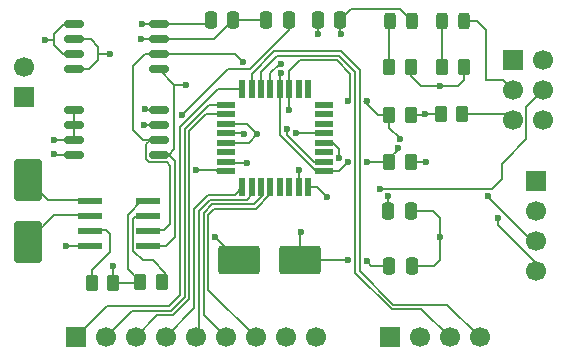
<source format=gbr>
%TF.GenerationSoftware,KiCad,Pcbnew,9.0.4*%
%TF.CreationDate,2025-12-07T20:09:45+03:30*%
%TF.ProjectId,MCU_Datalogger003_4Layer,4d43555f-4461-4746-916c-6f6767657230,2*%
%TF.SameCoordinates,Original*%
%TF.FileFunction,Copper,L1,Top*%
%TF.FilePolarity,Positive*%
%FSLAX46Y46*%
G04 Gerber Fmt 4.6, Leading zero omitted, Abs format (unit mm)*
G04 Created by KiCad (PCBNEW 9.0.4) date 2025-12-07 20:09:45*
%MOMM*%
%LPD*%
G01*
G04 APERTURE LIST*
G04 Aperture macros list*
%AMRoundRect*
0 Rectangle with rounded corners*
0 $1 Rounding radius*
0 $2 $3 $4 $5 $6 $7 $8 $9 X,Y pos of 4 corners*
0 Add a 4 corners polygon primitive as box body*
4,1,4,$2,$3,$4,$5,$6,$7,$8,$9,$2,$3,0*
0 Add four circle primitives for the rounded corners*
1,1,$1+$1,$2,$3*
1,1,$1+$1,$4,$5*
1,1,$1+$1,$6,$7*
1,1,$1+$1,$8,$9*
0 Add four rect primitives between the rounded corners*
20,1,$1+$1,$2,$3,$4,$5,0*
20,1,$1+$1,$4,$5,$6,$7,0*
20,1,$1+$1,$6,$7,$8,$9,0*
20,1,$1+$1,$8,$9,$2,$3,0*%
G04 Aperture macros list end*
%TA.AperFunction,SMDPad,CuDef*%
%ADD10RoundRect,0.250000X0.250000X0.475000X-0.250000X0.475000X-0.250000X-0.475000X0.250000X-0.475000X0*%
%TD*%
%TA.AperFunction,ComponentPad*%
%ADD11R,1.700000X1.700000*%
%TD*%
%TA.AperFunction,ComponentPad*%
%ADD12C,1.700000*%
%TD*%
%TA.AperFunction,SMDPad,CuDef*%
%ADD13RoundRect,0.250000X-0.262500X-0.450000X0.262500X-0.450000X0.262500X0.450000X-0.262500X0.450000X0*%
%TD*%
%TA.AperFunction,SMDPad,CuDef*%
%ADD14RoundRect,0.243750X-0.243750X-0.456250X0.243750X-0.456250X0.243750X0.456250X-0.243750X0.456250X0*%
%TD*%
%TA.AperFunction,SMDPad,CuDef*%
%ADD15RoundRect,0.250000X-0.250000X-0.475000X0.250000X-0.475000X0.250000X0.475000X-0.250000X0.475000X0*%
%TD*%
%TA.AperFunction,SMDPad,CuDef*%
%ADD16RoundRect,0.162500X-0.650000X-0.162500X0.650000X-0.162500X0.650000X0.162500X-0.650000X0.162500X0*%
%TD*%
%TA.AperFunction,SMDPad,CuDef*%
%ADD17RoundRect,0.250000X0.262500X0.450000X-0.262500X0.450000X-0.262500X-0.450000X0.262500X-0.450000X0*%
%TD*%
%TA.AperFunction,SMDPad,CuDef*%
%ADD18RoundRect,0.073750X-0.911250X-0.221250X0.911250X-0.221250X0.911250X0.221250X-0.911250X0.221250X0*%
%TD*%
%TA.AperFunction,SMDPad,CuDef*%
%ADD19RoundRect,0.068750X-0.666250X-0.206250X0.666250X-0.206250X0.666250X0.206250X-0.666250X0.206250X0*%
%TD*%
%TA.AperFunction,SMDPad,CuDef*%
%ADD20RoundRect,0.068750X-0.206250X-0.666250X0.206250X-0.666250X0.206250X0.666250X-0.206250X0.666250X0*%
%TD*%
%TA.AperFunction,SMDPad,CuDef*%
%ADD21RoundRect,0.250001X0.949999X-1.499999X0.949999X1.499999X-0.949999X1.499999X-0.949999X-1.499999X0*%
%TD*%
%TA.AperFunction,SMDPad,CuDef*%
%ADD22RoundRect,0.250001X-1.499999X-0.949999X1.499999X-0.949999X1.499999X0.949999X-1.499999X0.949999X0*%
%TD*%
%TA.AperFunction,ViaPad*%
%ADD23C,0.600000*%
%TD*%
%TA.AperFunction,Conductor*%
%ADD24C,0.200000*%
%TD*%
G04 APERTURE END LIST*
D10*
%TO.P,C4,2*%
%TO.N,Net-(U4-AREF)*%
X134228800Y-110439200D03*
%TO.P,C4,1*%
%TO.N,GND*%
X136128800Y-110439200D03*
%TD*%
D11*
%TO.P,J4,1,Pin_1*%
%TO.N,/MISO*%
X144780000Y-97688400D03*
D12*
%TO.P,J4,2,Pin_2*%
%TO.N,/Vcc*%
X147320000Y-97688400D03*
%TO.P,J4,3,Pin_3*%
%TO.N,/SCK*%
X144780000Y-100228400D03*
%TO.P,J4,4,Pin_4*%
%TO.N,/MOSI*%
X147320000Y-100228400D03*
%TO.P,J4,5,Pin_5*%
%TO.N,/RESET*%
X144780000Y-102768400D03*
%TO.P,J4,6,Pin_6*%
%TO.N,GND*%
X147320000Y-102768400D03*
%TD*%
D13*
%TO.P,R7,1*%
%TO.N,Net-(D2-K)*%
X134341400Y-98274600D03*
%TO.P,R7,2*%
%TO.N,GND*%
X136166400Y-98274600D03*
%TD*%
D14*
%TO.P,D1,1,K*%
%TO.N,Net-(D1-K)*%
X138750000Y-94375000D03*
%TO.P,D1,2,A*%
%TO.N,/SCK*%
X140625000Y-94375000D03*
%TD*%
D13*
%TO.P,R6,1*%
%TO.N,/Vcc*%
X138673400Y-102198200D03*
%TO.P,R6,2*%
%TO.N,/RESET*%
X140498400Y-102198200D03*
%TD*%
D15*
%TO.P,C1,1*%
%TO.N,/Vcc*%
X119225500Y-94273800D03*
%TO.P,C1,2*%
%TO.N,GND*%
X121125500Y-94273800D03*
%TD*%
D10*
%TO.P,C3,1*%
%TO.N,Net-(U4-PB7)*%
X125799100Y-94273800D03*
%TO.P,C3,2*%
%TO.N,GND*%
X123899100Y-94273800D03*
%TD*%
D16*
%TO.P,U3,1,A0*%
%TO.N,/Vcc*%
X107613700Y-94615000D03*
%TO.P,U3,2,A1*%
%TO.N,GND*%
X107613700Y-95885000D03*
%TO.P,U3,3,A2*%
%TO.N,/Vcc*%
X107613700Y-97155000D03*
%TO.P,U3,4,GND*%
%TO.N,GND*%
X107613700Y-98425000D03*
%TO.P,U3,5,SDA*%
%TO.N,/SDA*%
X114788700Y-98425000D03*
%TO.P,U3,6,SCL*%
%TO.N,/SCK*%
X114788700Y-97155000D03*
%TO.P,U3,7,WP*%
%TO.N,GND*%
X114788700Y-95885000D03*
%TO.P,U3,8,VCC*%
%TO.N,/Vcc*%
X114788700Y-94615000D03*
%TD*%
D17*
%TO.P,R3,1*%
%TO.N,/Vcc*%
X136166400Y-102287800D03*
%TO.P,R3,2*%
%TO.N,/SDA*%
X134341400Y-102287800D03*
%TD*%
%TO.P,R5,1*%
%TO.N,GND*%
X140612500Y-98247200D03*
%TO.P,R5,2*%
%TO.N,Net-(D1-K)*%
X138787500Y-98247200D03*
%TD*%
D11*
%TO.P,BT1,1,+*%
%TO.N,/Vcc*%
X103360700Y-100827000D03*
D12*
%TO.P,BT1,2,-*%
%TO.N,GND*%
X103360700Y-98287000D03*
%TD*%
D17*
%TO.P,R1,1*%
%TO.N,/Vcc*%
X110943400Y-116535200D03*
%TO.P,R1,2*%
%TO.N,Net-(U2-~{INTA})*%
X109118400Y-116535200D03*
%TD*%
D14*
%TO.P,D2,1,K*%
%TO.N,Net-(D2-K)*%
X134356400Y-94363000D03*
%TO.P,D2,2,A*%
%TO.N,/Vcc*%
X136231400Y-94363000D03*
%TD*%
D15*
%TO.P,C2,1*%
%TO.N,Net-(U4-PB6)*%
X134323900Y-115089400D03*
%TO.P,C2,2*%
%TO.N,GND*%
X136223900Y-115089400D03*
%TD*%
D18*
%TO.P,U2,1,X1*%
%TO.N,Net-(U2-X1)*%
X108980200Y-109601000D03*
%TO.P,U2,2,X2*%
%TO.N,Net-(U2-X2)*%
X108980200Y-110871000D03*
%TO.P,U2,3,~{INTA}*%
%TO.N,Net-(U2-~{INTA})*%
X108980200Y-112141000D03*
%TO.P,U2,4,GND*%
%TO.N,GND*%
X108980200Y-113411000D03*
%TO.P,U2,5,SDA*%
%TO.N,/SDA*%
X113930200Y-113411000D03*
%TO.P,U2,6,SCL*%
%TO.N,/SCK*%
X113930200Y-112141000D03*
%TO.P,U2,7,SQW/~INT*%
%TO.N,Net-(U2-SQW{slash}~INT)*%
X113930200Y-110871000D03*
%TO.P,U2,8,VCC*%
%TO.N,/Vcc*%
X113930200Y-109601000D03*
%TD*%
D19*
%TO.P,U4,1,PD3*%
%TO.N,/D3*%
X120499200Y-101463000D03*
%TO.P,U4,2,PD4*%
%TO.N,/D4*%
X120499200Y-102263000D03*
%TO.P,U4,3,GND*%
%TO.N,GND*%
X120499200Y-103063000D03*
%TO.P,U4,4,VCC*%
%TO.N,/Vcc*%
X120499200Y-103863000D03*
%TO.P,U4,5,GND*%
%TO.N,GND*%
X120499200Y-104663000D03*
%TO.P,U4,6,VCC*%
%TO.N,unconnected-(U4-VCC-Pad6)*%
X120499200Y-105463000D03*
%TO.P,U4,7,PB6*%
%TO.N,Net-(U4-PB6)*%
X120499200Y-106263000D03*
%TO.P,U4,8,PB7*%
%TO.N,Net-(U4-PB7)*%
X120499200Y-107063000D03*
D20*
%TO.P,U4,9,PD5*%
%TO.N,/D5*%
X121869200Y-108433000D03*
%TO.P,U4,10,PD6*%
%TO.N,/D6*%
X122669200Y-108433000D03*
%TO.P,U4,11,PD7*%
%TO.N,/D7*%
X123469200Y-108433000D03*
%TO.P,U4,12,PB0*%
%TO.N,/D8*%
X124269200Y-108433000D03*
%TO.P,U4,13,PB1*%
%TO.N,unconnected-(U4-PB1-Pad13)*%
X125069200Y-108433000D03*
%TO.P,U4,14,PB2*%
%TO.N,unconnected-(U4-PB2-Pad14)*%
X125869200Y-108433000D03*
%TO.P,U4,15,PB3*%
%TO.N,/MOSI*%
X126669200Y-108433000D03*
%TO.P,U4,16,PB4*%
%TO.N,/MISO*%
X127469200Y-108433000D03*
D19*
%TO.P,U4,17,PB5*%
%TO.N,/SCK*%
X128839200Y-107063000D03*
%TO.P,U4,18,AVCC*%
%TO.N,/Vcc*%
X128839200Y-106263000D03*
%TO.P,U4,19,ADC6*%
%TO.N,unconnected-(U4-ADC6-Pad19)*%
X128839200Y-105463000D03*
%TO.P,U4,20,AREF*%
%TO.N,Net-(U4-AREF)*%
X128839200Y-104663000D03*
%TO.P,U4,21,GND*%
%TO.N,GND*%
X128839200Y-103863000D03*
%TO.P,U4,22,ADC7*%
%TO.N,unconnected-(U4-ADC7-Pad22)*%
X128839200Y-103063000D03*
%TO.P,U4,23,PC0*%
%TO.N,unconnected-(U4-PC0-Pad23)*%
X128839200Y-102263000D03*
%TO.P,U4,24,PC1*%
%TO.N,unconnected-(U4-PC1-Pad24)*%
X128839200Y-101463000D03*
D20*
%TO.P,U4,25,PC2*%
%TO.N,unconnected-(U4-PC2-Pad25)*%
X127469200Y-100093000D03*
%TO.P,U4,26,PC3*%
%TO.N,unconnected-(U4-PC3-Pad26)*%
X126669200Y-100093000D03*
%TO.P,U4,27,PC4*%
%TO.N,/SDA*%
X125869200Y-100093000D03*
%TO.P,U4,28,PC5*%
%TO.N,/SCK*%
X125069200Y-100093000D03*
%TO.P,U4,29,PC6/~{RESET}*%
%TO.N,/RESET*%
X124269200Y-100093000D03*
%TO.P,U4,30,PD0*%
%TO.N,/RX*%
X123469200Y-100093000D03*
%TO.P,U4,31,PD1*%
%TO.N,/TX*%
X122669200Y-100093000D03*
%TO.P,U4,32,PD2*%
%TO.N,/D2*%
X121869200Y-100093000D03*
%TD*%
D11*
%TO.P,J3,1,Pin_1*%
%TO.N,/D2*%
X107780300Y-121096200D03*
D12*
%TO.P,J3,2,Pin_2*%
%TO.N,/D3*%
X110320300Y-121096200D03*
%TO.P,J3,3,Pin_3*%
%TO.N,/D4*%
X112860300Y-121096200D03*
%TO.P,J3,4,Pin_4*%
%TO.N,/D5*%
X115400300Y-121096200D03*
%TO.P,J3,5,Pin_5*%
%TO.N,/D6*%
X117940300Y-121096200D03*
%TO.P,J3,6,Pin_6*%
%TO.N,/D7*%
X120480300Y-121096200D03*
%TO.P,J3,7,Pin_7*%
%TO.N,/D8*%
X123020300Y-121096200D03*
%TO.P,J3,8,Pin_8*%
%TO.N,GND*%
X125560300Y-121096200D03*
%TO.P,J3,9,Pin_9*%
%TO.N,/Vcc*%
X128100300Y-121096200D03*
%TD*%
D21*
%TO.P,Y1,1,1*%
%TO.N,Net-(U2-X2)*%
X103716300Y-113028200D03*
%TO.P,Y1,2,2*%
%TO.N,Net-(U2-X1)*%
X103716300Y-107828200D03*
%TD*%
D22*
%TO.P,Y2,1,1*%
%TO.N,Net-(U4-PB7)*%
X121606000Y-114554000D03*
%TO.P,Y2,2,2*%
%TO.N,Net-(U4-PB6)*%
X126806000Y-114554000D03*
%TD*%
D11*
%TO.P,J2,1,Pin_1*%
%TO.N,GND*%
X134348700Y-121147000D03*
D12*
%TO.P,J2,2,Pin_2*%
%TO.N,/Vcc*%
X136888700Y-121147000D03*
%TO.P,J2,3,Pin_3*%
%TO.N,/RX*%
X139428700Y-121147000D03*
%TO.P,J2,4,Pin_4*%
%TO.N,/TX*%
X141968700Y-121147000D03*
%TD*%
D11*
%TO.P,J1,1,Pin_1*%
%TO.N,GND*%
X146773900Y-107903000D03*
D12*
%TO.P,J1,2,Pin_2*%
%TO.N,/Vcc*%
X146773900Y-110443000D03*
%TO.P,J1,3,Pin_3*%
%TO.N,/SDA*%
X146773900Y-112983000D03*
%TO.P,J1,4,Pin_4*%
%TO.N,/SCK*%
X146773900Y-115523000D03*
%TD*%
D13*
%TO.P,R2,1*%
%TO.N,/Vcc*%
X113233200Y-116433600D03*
%TO.P,R2,2*%
%TO.N,Net-(U2-SQW{slash}~INT)*%
X115058200Y-116433600D03*
%TD*%
D16*
%TO.P,U1,1,A0*%
%TO.N,/Vcc*%
X107664500Y-101868400D03*
%TO.P,U1,2,A1*%
X107664500Y-103138400D03*
%TO.P,U1,3,A2*%
X107664500Y-104408400D03*
%TO.P,U1,4,GND*%
%TO.N,GND*%
X107664500Y-105678400D03*
%TO.P,U1,5,SDA*%
%TO.N,/SDA*%
X114839500Y-105678400D03*
%TO.P,U1,6,SCL*%
%TO.N,/SCK*%
X114839500Y-104408400D03*
%TO.P,U1,7,WP*%
%TO.N,GND*%
X114839500Y-103138400D03*
%TO.P,U1,8,VCC*%
%TO.N,/Vcc*%
X114839500Y-101868400D03*
%TD*%
D10*
%TO.P,C5,1*%
%TO.N,/Vcc*%
X130167900Y-94273800D03*
%TO.P,C5,2*%
%TO.N,GND*%
X128267900Y-94273800D03*
%TD*%
D17*
%TO.P,R4,1*%
%TO.N,/Vcc*%
X136166400Y-106301000D03*
%TO.P,R4,2*%
%TO.N,/SCK*%
X134341400Y-106301000D03*
%TD*%
D23*
%TO.N,/SDA*%
X125831600Y-101854000D03*
X117094000Y-99771200D03*
%TO.N,/Vcc*%
X137414000Y-106273600D03*
X137363200Y-102260400D03*
X125669200Y-103479600D03*
X122021600Y-103886000D03*
X130200400Y-95453200D03*
X113385600Y-94589600D03*
X105206800Y-95961200D03*
X113639600Y-101803200D03*
X105968800Y-104394000D03*
X110947200Y-115112800D03*
%TO.N,GND*%
X123139200Y-103936800D03*
X138633200Y-99872800D03*
X128267900Y-95451100D03*
X110693200Y-97180400D03*
X113334800Y-95910400D03*
X113588800Y-103124000D03*
X126390400Y-103835200D03*
X138633200Y-112623600D03*
X106984800Y-113436400D03*
X105968800Y-105613200D03*
%TO.N,/RESET*%
X125120400Y-97955197D03*
%TO.N,/MISO*%
X129032000Y-109270800D03*
%TO.N,/SCK*%
X121920000Y-97817800D03*
X125120400Y-98755200D03*
%TO.N,Net-(U4-PB6)*%
X132420600Y-114706400D03*
X130819600Y-114604800D03*
%TO.N,/SCK*%
X135072706Y-105127667D03*
X143572592Y-110994721D03*
%TO.N,/SDA*%
X135229600Y-104343200D03*
X142646400Y-109159600D03*
%TO.N,Net-(U4-AREF)*%
X134183729Y-109159600D03*
X130079450Y-105969985D03*
%TO.N,Net-(U4-PB7)*%
X119613600Y-112623600D03*
%TO.N,Net-(U4-PB6)*%
X126847600Y-112217200D03*
X122275600Y-106375200D03*
%TO.N,Net-(U4-PB7)*%
X117998800Y-106984800D03*
X116779600Y-102319273D03*
%TO.N,/SCK*%
X132420600Y-106273600D03*
X130819600Y-106273600D03*
%TO.N,/SDA*%
X130819600Y-101092000D03*
X132420600Y-101092000D03*
%TO.N,/MOSI*%
X126695200Y-106984800D03*
X133502400Y-108559600D03*
%TD*%
D24*
%TO.N,/SDA*%
X125831600Y-100130600D02*
X125869200Y-100093000D01*
X125831600Y-101854000D02*
X125831600Y-100130600D01*
X117087900Y-99765100D02*
X117094000Y-99771200D01*
X116128800Y-99765100D02*
X117087900Y-99765100D01*
X125869200Y-98616000D02*
X125869200Y-100093000D01*
X114839500Y-105678400D02*
X115651999Y-105678400D01*
X126802200Y-97683000D02*
X125869200Y-98616000D01*
X129881900Y-97683000D02*
X126802200Y-97683000D01*
X131018600Y-98819700D02*
X129881900Y-97683000D01*
X131018600Y-100893000D02*
X131018600Y-98819700D01*
X130819600Y-101092000D02*
X131018600Y-100893000D01*
%TO.N,/Vcc*%
X137386600Y-106301000D02*
X137414000Y-106273600D01*
X136166400Y-106301000D02*
X137386600Y-106301000D01*
X137425400Y-102198200D02*
X137363200Y-102260400D01*
X138673400Y-102198200D02*
X137425400Y-102198200D01*
X137335800Y-102287800D02*
X137363200Y-102260400D01*
X136166400Y-102287800D02*
X137335800Y-102287800D01*
X125669200Y-103977600D02*
X125669200Y-103479600D01*
X127954600Y-106263000D02*
X125669200Y-103977600D01*
X128839200Y-106263000D02*
X127954600Y-106263000D01*
X121998600Y-103863000D02*
X122021600Y-103886000D01*
X120499200Y-103863000D02*
X121998600Y-103863000D01*
X130167900Y-95420700D02*
X130200400Y-95453200D01*
X130167900Y-94273800D02*
X130167900Y-95420700D01*
X113411000Y-94615000D02*
X113385600Y-94589600D01*
X114788700Y-94615000D02*
X113411000Y-94615000D01*
X105968800Y-95961200D02*
X105206800Y-95961200D01*
X105968800Y-95961200D02*
X105968800Y-95447401D01*
X113704800Y-101868400D02*
X113639600Y-101803200D01*
X114839500Y-101868400D02*
X113704800Y-101868400D01*
X105983200Y-104408400D02*
X105968800Y-104394000D01*
X107664500Y-104408400D02*
X105983200Y-104408400D01*
X110943400Y-115116600D02*
X110947200Y-115112800D01*
X110943400Y-116535200D02*
X110943400Y-115116600D01*
%TO.N,GND*%
X122265400Y-103063000D02*
X123139200Y-103936800D01*
X120499200Y-103063000D02*
X122265400Y-103063000D01*
X122413000Y-104663000D02*
X123139200Y-103936800D01*
X120499200Y-104663000D02*
X122413000Y-104663000D01*
X138633200Y-111048800D02*
X138023600Y-110439200D01*
X138633200Y-112623600D02*
X138633200Y-111048800D01*
X138023600Y-110439200D02*
X136128800Y-110439200D01*
X138097800Y-115089400D02*
X136223900Y-115089400D01*
X138633200Y-114554000D02*
X138097800Y-115089400D01*
X138633200Y-112623600D02*
X138633200Y-114554000D01*
%TO.N,Net-(U4-AREF)*%
X134183729Y-110510929D02*
X134213600Y-110540800D01*
X134183729Y-109159600D02*
X134183729Y-110510929D01*
%TO.N,GND*%
X138633200Y-99872800D02*
X137007600Y-99872800D01*
X136166400Y-99031600D02*
X136166400Y-98274600D01*
X140106400Y-99872800D02*
X138633200Y-99872800D01*
X140612500Y-99366700D02*
X140106400Y-99872800D01*
X137007600Y-99872800D02*
X136166400Y-99031600D01*
X140612500Y-98247200D02*
X140612500Y-99366700D01*
X128267900Y-95451100D02*
X128270000Y-95453200D01*
X128267900Y-94273800D02*
X128267900Y-95451100D01*
X109677200Y-97180400D02*
X110693200Y-97180400D01*
X109677200Y-97180400D02*
X109677200Y-97688400D01*
X113360200Y-95885000D02*
X113334800Y-95910400D01*
X114788700Y-95885000D02*
X113360200Y-95885000D01*
X113603200Y-103138400D02*
X113588800Y-103124000D01*
X114839500Y-103138400D02*
X113603200Y-103138400D01*
X126418200Y-103863000D02*
X126390400Y-103835200D01*
X128839200Y-103863000D02*
X126418200Y-103863000D01*
X107010200Y-113411000D02*
X106984800Y-113436400D01*
X108980200Y-113411000D02*
X107010200Y-113411000D01*
X106034000Y-105678400D02*
X105968800Y-105613200D01*
X107664500Y-105678400D02*
X106034000Y-105678400D01*
%TO.N,/RESET*%
X125070460Y-97955197D02*
X125120400Y-97955197D01*
X124269200Y-98756457D02*
X125070460Y-97955197D01*
X124269200Y-100093000D02*
X124269200Y-98756457D01*
%TO.N,Net-(U4-PB6)*%
X130098800Y-114554000D02*
X126806000Y-114554000D01*
X130149600Y-114604800D02*
X130098800Y-114554000D01*
X130819600Y-114604800D02*
X130149600Y-114604800D01*
%TO.N,/SCK*%
X146773900Y-114854474D02*
X146773900Y-115523000D01*
X143572592Y-111653166D02*
X146773900Y-114854474D01*
X143572592Y-110994721D02*
X143572592Y-111653166D01*
X134341400Y-105976416D02*
X134341400Y-106301000D01*
X135072706Y-105245110D02*
X134341400Y-105976416D01*
X135072706Y-105127667D02*
X135072706Y-105245110D01*
%TO.N,/MISO*%
X128194200Y-108433000D02*
X129032000Y-109270800D01*
X127469200Y-108433000D02*
X128194200Y-108433000D01*
%TO.N,Net-(U2-SQW{slash}~INT)*%
X115366800Y-115671600D02*
X115366800Y-116125000D01*
X115366800Y-116125000D02*
X115058200Y-116433600D01*
X112644200Y-111079000D02*
X112644200Y-113789520D01*
X113459480Y-114604800D02*
X114300000Y-114604800D01*
X112852200Y-110871000D02*
X112644200Y-111079000D01*
X114300000Y-114604800D02*
X115366800Y-115671600D01*
X112644200Y-113789520D02*
X113459480Y-114604800D01*
X113930200Y-110871000D02*
X112852200Y-110871000D01*
%TO.N,/SCK*%
X121257200Y-97155000D02*
X114788700Y-97155000D01*
X121920000Y-97817800D02*
X121257200Y-97155000D01*
X125069200Y-98806400D02*
X125120400Y-98755200D01*
X125069200Y-100093000D02*
X125069200Y-98806400D01*
X128104200Y-107063000D02*
X128839200Y-107063000D01*
X125069200Y-104028000D02*
X128104200Y-107063000D01*
X125069200Y-100093000D02*
X125069200Y-104028000D01*
%TO.N,Net-(U4-PB6)*%
X132803600Y-115089400D02*
X134323900Y-115089400D01*
X132420600Y-114706400D02*
X132803600Y-115089400D01*
%TO.N,/SDA*%
X142646400Y-109220000D02*
X146409400Y-112983000D01*
X146409400Y-112983000D02*
X146773900Y-112983000D01*
X142646400Y-109159600D02*
X142646400Y-109220000D01*
X134341400Y-103404200D02*
X134341400Y-102287800D01*
X135229600Y-104292400D02*
X134341400Y-103404200D01*
X135229600Y-104343200D02*
X135229600Y-104292400D01*
%TO.N,Net-(U4-AREF)*%
X130079450Y-105168250D02*
X130079450Y-105969985D01*
X129574200Y-104663000D02*
X130079450Y-105168250D01*
X128839200Y-104663000D02*
X129574200Y-104663000D01*
%TO.N,Net-(U4-PB7)*%
X119764200Y-107063000D02*
X120499200Y-107063000D01*
X119686000Y-106984800D02*
X119764200Y-107063000D01*
X117998800Y-106984800D02*
X119686000Y-106984800D01*
X119613600Y-112623600D02*
X121544000Y-114554000D01*
X121544000Y-114554000D02*
X121606000Y-114554000D01*
%TO.N,Net-(U4-PB6)*%
X122275600Y-106375200D02*
X120611400Y-106375200D01*
X120611400Y-106375200D02*
X120499200Y-106263000D01*
X126806000Y-112258800D02*
X126847600Y-112217200D01*
X126806000Y-114554000D02*
X126806000Y-112258800D01*
%TO.N,Net-(U4-PB7)*%
X120681073Y-98417800D02*
X116779600Y-102319273D01*
X122503100Y-98417800D02*
X120681073Y-98417800D01*
X125799100Y-95121800D02*
X122503100Y-98417800D01*
X125799100Y-94273800D02*
X125799100Y-95121800D01*
%TO.N,Net-(D1-K)*%
X138787500Y-94412500D02*
X138750000Y-94375000D01*
X138787500Y-98247200D02*
X138787500Y-94412500D01*
%TO.N,Net-(D2-K)*%
X134341400Y-94378000D02*
X134356400Y-94363000D01*
X134341400Y-98274600D02*
X134341400Y-94378000D01*
%TO.N,/SDA*%
X132221600Y-101142800D02*
X132369800Y-101142800D01*
X132369800Y-101142800D02*
X132420600Y-101092000D01*
X133366600Y-102287800D02*
X132221600Y-101142800D01*
X134341400Y-102287800D02*
X133366600Y-102287800D01*
%TO.N,/MOSI*%
X126695200Y-108407000D02*
X126669200Y-108433000D01*
X126695200Y-106984800D02*
X126695200Y-108407000D01*
X143002000Y-108559600D02*
X142900400Y-108559600D01*
X143865600Y-107696000D02*
X143002000Y-108559600D01*
X142900400Y-108559600D02*
X133502400Y-108559600D01*
X143865600Y-106426000D02*
X143865600Y-107696000D01*
X144119600Y-106172000D02*
X143865600Y-106426000D01*
X145931000Y-101617400D02*
X145931000Y-104360600D01*
X145931000Y-104360600D02*
X144119600Y-106172000D01*
X147320000Y-100228400D02*
X145931000Y-101617400D01*
%TO.N,/RESET*%
X144209800Y-102198200D02*
X144780000Y-102768400D01*
X140498400Y-102198200D02*
X144209800Y-102198200D01*
%TO.N,/SCK*%
X143916400Y-99364800D02*
X144780000Y-100228400D01*
X142494000Y-99364800D02*
X143916400Y-99364800D01*
X141771400Y-94375000D02*
X142494000Y-95097600D01*
X142494000Y-95097600D02*
X142494000Y-99364800D01*
X140625000Y-94375000D02*
X141771400Y-94375000D01*
%TO.N,/Vcc*%
X131079700Y-93362000D02*
X135230400Y-93362000D01*
X130167900Y-94273800D02*
X131079700Y-93362000D01*
X135230400Y-93362000D02*
X136231400Y-94363000D01*
%TO.N,/SCK*%
X114118000Y-104408400D02*
X114839500Y-104408400D01*
X114013010Y-106324400D02*
X113726000Y-106037390D01*
X115468400Y-106324400D02*
X114013010Y-106324400D01*
X115789400Y-106645400D02*
X115468400Y-106324400D01*
X113726000Y-106037390D02*
X113726000Y-104800400D01*
X115789400Y-111540600D02*
X115789400Y-106645400D01*
X115250800Y-112079200D02*
X115789400Y-111540600D01*
X113726000Y-104800400D02*
X114118000Y-104408400D01*
X114319300Y-112079200D02*
X115250800Y-112079200D01*
%TO.N,/Vcc*%
X112166400Y-111810800D02*
X112166400Y-110794800D01*
X112166400Y-115366800D02*
X112166400Y-110794800D01*
X113233200Y-116433600D02*
X112166400Y-115366800D01*
X113422000Y-109539200D02*
X114319300Y-109539200D01*
X112166400Y-110794800D02*
X113422000Y-109539200D01*
%TO.N,Net-(U2-~{INTA})*%
X110354300Y-112079200D02*
X109369300Y-112079200D01*
X110655300Y-113880700D02*
X110655300Y-112380200D01*
X109118400Y-116535200D02*
X109118400Y-115417600D01*
X109118400Y-115417600D02*
X110655300Y-113880700D01*
X110655300Y-112380200D02*
X110354300Y-112079200D01*
%TO.N,/SCK*%
X112623600Y-103581200D02*
X113450800Y-104408400D01*
X113450800Y-104408400D02*
X114839500Y-104408400D01*
X112623600Y-98145600D02*
X112623600Y-103581200D01*
X113614200Y-97155000D02*
X112623600Y-98145600D01*
X114788700Y-97155000D02*
X113614200Y-97155000D01*
%TO.N,GND*%
X121125500Y-94273800D02*
X123899100Y-94273800D01*
X119514300Y-95885000D02*
X121125500Y-94273800D01*
X114788700Y-95885000D02*
X119514300Y-95885000D01*
%TO.N,/Vcc*%
X118884300Y-94615000D02*
X119225500Y-94273800D01*
X114788700Y-94615000D02*
X118884300Y-94615000D01*
%TO.N,GND*%
X109677200Y-97688400D02*
X108940600Y-98425000D01*
X108940600Y-98425000D02*
X107613700Y-98425000D01*
X109677200Y-96520000D02*
X109677200Y-97180400D01*
X109042200Y-95885000D02*
X109677200Y-96520000D01*
X107613700Y-95885000D02*
X109042200Y-95885000D01*
%TO.N,/Vcc*%
X105968800Y-95447401D02*
X106801201Y-94615000D01*
X105968800Y-96418400D02*
X105968800Y-95961200D01*
X106705400Y-97155000D02*
X105968800Y-96418400D01*
X107613700Y-97155000D02*
X106705400Y-97155000D01*
X106801201Y-94615000D02*
X107613700Y-94615000D01*
X107664500Y-101868400D02*
X107664500Y-104408400D01*
%TO.N,Net-(U2-X2)*%
X105935300Y-110809200D02*
X109674100Y-110809200D01*
X103716300Y-113028200D02*
X105935300Y-110809200D01*
%TO.N,Net-(U2-X1)*%
X105427300Y-109539200D02*
X109674100Y-109539200D01*
X103716300Y-107828200D02*
X105427300Y-109539200D01*
%TO.N,/Vcc*%
X113131600Y-116535200D02*
X113233200Y-116433600D01*
X110943400Y-116535200D02*
X113131600Y-116535200D01*
%TO.N,/TX*%
X122669200Y-98818800D02*
X122669200Y-100093000D01*
X124607000Y-96881000D02*
X122669200Y-98818800D01*
X130214100Y-96881000D02*
X124607000Y-96881000D01*
X131820600Y-98487500D02*
X130214100Y-96881000D01*
X131820600Y-115505500D02*
X131820600Y-98487500D01*
X134684500Y-118369400D02*
X131820600Y-115505500D01*
X139191100Y-118369400D02*
X134684500Y-118369400D01*
X141968700Y-121147000D02*
X139191100Y-118369400D01*
%TO.N,/RX*%
X123469200Y-98628400D02*
X123469200Y-100093000D01*
X130048000Y-97282000D02*
X124815600Y-97282000D01*
X131419600Y-98653600D02*
X130048000Y-97282000D01*
X131419600Y-115671600D02*
X131419600Y-98653600D01*
X124815600Y-97282000D02*
X123469200Y-98628400D01*
X134518400Y-118770400D02*
X131419600Y-115671600D01*
X139428700Y-121147000D02*
X137052100Y-118770400D01*
X137052100Y-118770400D02*
X134518400Y-118770400D01*
%TO.N,/D5*%
X117810600Y-118685900D02*
X115400300Y-121096200D01*
X117810600Y-110273100D02*
X117810600Y-118685900D01*
X121234200Y-109068000D02*
X119015700Y-109068000D01*
X121869200Y-108433000D02*
X121234200Y-109068000D01*
X119015700Y-109068000D02*
X117810600Y-110273100D01*
%TO.N,/D6*%
X118211600Y-120824900D02*
X117940300Y-121096200D01*
X118211600Y-110439200D02*
X118211600Y-120824900D01*
X122305212Y-109469000D02*
X119181800Y-109469000D01*
X122743900Y-109030312D02*
X122305212Y-109469000D01*
X119181800Y-109469000D02*
X118211600Y-110439200D01*
X122743900Y-108433000D02*
X122743900Y-109030312D01*
%TO.N,/D5*%
X121943900Y-108433000D02*
X121869200Y-108433000D01*
%TO.N,/D8*%
X124269200Y-109030312D02*
X124269200Y-108433000D01*
X123028512Y-110271000D02*
X124269200Y-109030312D01*
X119514000Y-110271000D02*
X123028512Y-110271000D01*
X123020300Y-121096200D02*
X119013600Y-117089500D01*
X119013600Y-117089500D02*
X119013600Y-110771400D01*
X119013600Y-110771400D02*
X119514000Y-110271000D01*
%TO.N,/D7*%
X118612600Y-119228500D02*
X120480300Y-121096200D01*
X122841900Y-109870000D02*
X119347900Y-109870000D01*
X123543900Y-109168000D02*
X122841900Y-109870000D01*
X119347900Y-109870000D02*
X118612600Y-110605300D01*
X123543900Y-108433000D02*
X123543900Y-109168000D01*
X118612600Y-110605300D02*
X118612600Y-119228500D01*
%TO.N,/D4*%
X120573900Y-102263000D02*
X118818600Y-102263000D01*
X118818600Y-102263000D02*
X117398800Y-103682800D01*
X117398800Y-103682800D02*
X117398800Y-117906800D01*
X117398800Y-117906800D02*
X116027200Y-119278400D01*
X116027200Y-119278400D02*
X114678100Y-119278400D01*
X114678100Y-119278400D02*
X112860300Y-121096200D01*
%TO.N,/D3*%
X120573900Y-101463000D02*
X119051500Y-101463000D01*
X119051500Y-101463000D02*
X116992400Y-103522100D01*
X116992400Y-103522100D02*
X116992400Y-117746100D01*
X116992400Y-117746100D02*
X115861100Y-118877400D01*
X112539100Y-118877400D02*
X110320300Y-121096200D01*
%TO.N,/D2*%
X116591400Y-103356000D02*
X119854400Y-100093000D01*
%TO.N,/D3*%
X115861100Y-118877400D02*
X112539100Y-118877400D01*
%TO.N,/D2*%
X116591400Y-117580000D02*
X116591400Y-103356000D01*
X110400100Y-118476400D02*
X115695000Y-118476400D01*
X115695000Y-118476400D02*
X116591400Y-117580000D01*
X119854400Y-100093000D02*
X121869200Y-100093000D01*
X107780300Y-121096200D02*
X110400100Y-118476400D01*
%TO.N,/SCK*%
X130819600Y-106273600D02*
X130030200Y-107063000D01*
X130030200Y-107063000D02*
X128839200Y-107063000D01*
X134341400Y-106301000D02*
X132448000Y-106301000D01*
X132420600Y-106273600D02*
X132448000Y-106301000D01*
%TO.N,/SDA*%
X116190400Y-106216801D02*
X115651999Y-105678400D01*
X116190400Y-112612800D02*
X116190400Y-106216801D01*
X113930200Y-113411000D02*
X115392200Y-113411000D01*
X115392200Y-113411000D02*
X116190400Y-112612800D01*
X116128800Y-99765100D02*
X114788700Y-98425000D01*
X116128800Y-105201599D02*
X116128800Y-99765100D01*
X115651999Y-105678400D02*
X116128800Y-105201599D01*
%TD*%
M02*

</source>
